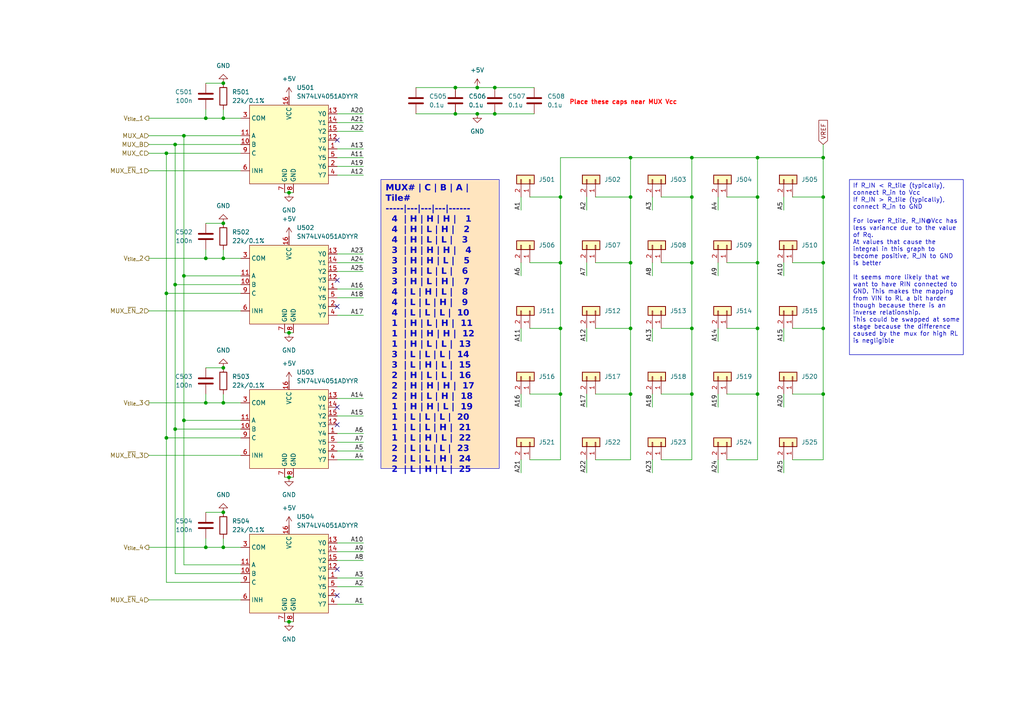
<source format=kicad_sch>
(kicad_sch (version 20230121) (generator eeschema)
  (paper "A4")
  (lib_symbols
    (symbol "Connector_Generic:Conn_01x02" (pin_names (offset 1.016) hide)
      (property "Reference" "J" (at 0 2.54 0))
      (property "Value" "Conn_01x02" (at 0 -5.08 0))
      (symbol "Conn_01x02_1_1"
        (rectangle (start -1.27 -2.413) (end 0 -2.667) (stroke (width 0.1524)))
        (rectangle (start -1.27 0.127) (end 0 -0.127) (stroke (width 0.1524)))
        (rectangle (start -1.27 1.27) (end 1.27 -3.81) (stroke (width 0.254)) (fill (type background)))
        (pin passive line (at -5.08 0 0) (length 3.81) (name "Pin_1") (number "1"))
        (pin passive line (at -5.08 -2.54 0) (length 3.81) (name "Pin_2") (number "2"))
      )
    )
    (symbol "Device:C" (pin_numbers hide) (pin_names (offset 0.254))
      (property "Reference" "C" (at 0.635 2.54 0))
      (property "Value" "C" (at 0.635 -2.54 0))
      (symbol "C_0_1"
        (polyline (pts (xy -2.032 -0.762) (xy 2.032 -0.762)) (stroke (width 0.508)))
        (polyline (pts (xy -2.032 0.762) (xy 2.032 0.762)) (stroke (width 0.508)))
      )
      (symbol "C_1_1"
        (pin passive line (at 0 3.81 270) (length 2.794) (name "~") (number "1"))
        (pin passive line (at 0 -3.81 90) (length 2.794) (name "~") (number "2"))
      )
    )
    (symbol "Device:R" (pin_numbers hide) (pin_names (offset 0))
      (property "Reference" "R" (at 2.032 0 90))
      (property "Value" "R" (at 0 0 90))
      (symbol "R_0_1"
        (rectangle (start -1.016 -2.54) (end 1.016 2.54) (stroke (width 0.254)))
      )
      (symbol "R_1_1"
        (pin passive line (at 0 3.81 270) (length 1.27) (name "~") (number "1"))
        (pin passive line (at 0 -3.81 90) (length 1.27) (name "~") (number "2"))
      )
    )
    (symbol "WordGameLib:SN74LV4051A"
      (property "Reference" "U" (at -11.43 -6.35 0))
      (property "Value" "SN74LV4051ADYYR" (at 10.16 -6.35 0))
      (symbol "SN74LV4051A_0_0"
        (pin bidirectional line (at 13.97 -20.32 180) (length 2.54) (name "Y4") (number "1"))
        (pin input line (at -13.97 -19.05 0) (length 2.54) (name "B") (number "10"))
        (pin input line (at -13.97 -16.51 0) (length 2.54) (name "A") (number "11"))
        (pin bidirectional line (at 13.97 -17.78 180) (length 2.54) (name "Y3") (number "12"))
        (pin bidirectional line (at 13.97 -10.16 180) (length 2.54) (name "Y0") (number "13"))
        (pin bidirectional line (at 13.97 -12.7 180) (length 2.54) (name "Y1") (number "14"))
        (pin bidirectional line (at 13.97 -15.24 180) (length 2.54) (name "Y2") (number "15"))
        (pin power_in line (at 0 -5.08 270) (length 2.54) (name "VCC") (number "16"))
        (pin bidirectional line (at 13.97 -25.4 180) (length 2.54) (name "Y6") (number "2"))
        (pin bidirectional line (at -13.97 -11.43 0) (length 2.54) (name "COM") (number "3"))
        (pin bidirectional line (at 13.97 -27.94 180) (length 2.54) (name "Y7") (number "4"))
        (pin bidirectional line (at 13.97 -22.86 180) (length 2.54) (name "Y5") (number "5"))
        (pin input line (at -13.97 -26.67 0) (length 2.54) (name "INH") (number "6"))
        (pin power_in line (at -1.27 -33.02 90) (length 2.54) (name "GND") (number "7"))
        (pin power_in line (at 1.27 -33.02 90) (length 2.54) (name "GND") (number "8"))
        (pin input line (at -13.97 -21.59 0) (length 2.54) (name "C") (number "9"))
      )
      (symbol "SN74LV4051A_1_1"
        (rectangle (start -11.43 -7.62) (end 11.43 -30.48) (fill (type background)))
      )
    )
    (symbol "power:+5V" (power) (pin_names (offset 0))
      (property "Value" "+5V" (at 0 3.556 0))
      (symbol "+5V_0_1"
        (polyline (pts (xy -0.762 1.27) (xy 0 2.54)))
        (polyline (pts (xy 0 0) (xy 0 2.54)))
        (polyline (pts (xy 0 2.54) (xy 0.762 1.27)))
      )
      (symbol "+5V_1_1"
        (pin power_in line (at 0 0 90) (length 0) hide (name "+5V") (number "1"))
      )
    )
    (symbol "power:GND" (power) (pin_names (offset 0))
      (property "Value" "GND" (at 0 -3.81 0))
      (symbol "GND_0_1"
        (polyline (pts (xy 0 0) (xy 0 -1.27) (xy 1.27 -1.27) (xy 0 -2.54) (xy -1.27 -1.27) (xy 0 -1.27)))
      )
      (symbol "GND_1_1"
        (pin power_in line (at 0 0 270) (length 0) hide (name "GND") (number "1"))
      )
    )
  )
  (junction (at 182.88 45.72))
  (junction (at 64.77 74.93))
  (junction (at 59.69 116.84))
  (junction (at 219.71 95.25))
  (junction (at 83.82 96.52))
  (junction (at 162.56 57.15))
  (junction (at 48.26 127))
  (junction (at 238.76 114.3))
  (junction (at 59.69 34.29))
  (junction (at 238.76 76.2))
  (junction (at 138.43 33.02))
  (junction (at 162.56 95.25))
  (junction (at 143.51 33.02))
  (junction (at 200.66 95.25))
  (junction (at 53.34 121.92))
  (junction (at 64.77 64.77))
  (junction (at 132.08 33.02))
  (junction (at 162.56 114.3))
  (junction (at 64.77 34.29))
  (junction (at 83.82 138.43))
  (junction (at 219.71 45.72))
  (junction (at 64.77 116.84))
  (junction (at 64.77 158.75))
  (junction (at 200.66 114.3))
  (junction (at 182.88 76.2))
  (junction (at 50.8 82.55))
  (junction (at 219.71 57.15))
  (junction (at 59.69 158.75))
  (junction (at 143.51 25.4))
  (junction (at 238.76 45.72))
  (junction (at 64.77 106.68))
  (junction (at 83.82 55.88))
  (junction (at 162.56 76.2))
  (junction (at 53.34 80.01))
  (junction (at 200.66 45.72))
  (junction (at 48.26 85.09))
  (junction (at 132.08 25.4))
  (junction (at 182.88 114.3))
  (junction (at 219.71 114.3))
  (junction (at 64.77 148.59))
  (junction (at 200.66 76.2))
  (junction (at 138.43 25.4))
  (junction (at 182.88 57.15))
  (junction (at 182.88 95.25))
  (junction (at 50.8 41.91))
  (junction (at 48.26 44.45))
  (junction (at 238.76 95.25))
  (junction (at 64.77 24.13))
  (junction (at 53.34 39.37))
  (junction (at 219.71 76.2))
  (junction (at 200.66 57.15))
  (junction (at 83.82 180.34))
  (junction (at 59.69 74.93))
  (junction (at 238.76 57.15))
  (junction (at 50.8 124.46))
  (no_connect (at 97.79 81.28))
  (no_connect (at 97.79 88.9))
  (no_connect (at 97.79 165.1))
  (no_connect (at 97.79 123.19))
  (no_connect (at 97.79 172.72))
  (no_connect (at 97.79 40.64))
  (no_connect (at 97.79 118.11))
  (wire (pts (xy 229.87 95.25) (xy 238.76 95.25)))
  (wire (pts (xy 97.79 91.44) (xy 105.41 91.44)))
  (wire (pts (xy 182.88 45.72) (xy 162.56 45.72)))
  (wire (pts (xy 64.77 156.21) (xy 64.77 158.75)))
  (wire (pts (xy 97.79 160.02) (xy 105.41 160.02)))
  (wire (pts (xy 172.72 133.35) (xy 182.88 133.35)))
  (wire (pts (xy 97.79 167.64) (xy 105.41 167.64)))
  (wire (pts (xy 97.79 33.02) (xy 105.41 33.02)))
  (wire (pts (xy 97.79 50.8) (xy 105.41 50.8)))
  (wire (pts (xy 182.88 76.2) (xy 182.88 57.15)))
  (wire (pts (xy 97.79 170.18) (xy 105.41 170.18)))
  (wire (pts (xy 238.76 57.15) (xy 238.76 76.2)))
  (wire (pts (xy 59.69 116.84) (xy 64.77 116.84)))
  (wire (pts (xy 48.26 127) (xy 69.85 127)))
  (wire (pts (xy 153.67 76.2) (xy 162.56 76.2)))
  (wire (pts (xy 170.18 76.2) (xy 170.18 80.01)))
  (wire (pts (xy 151.13 95.25) (xy 151.13 99.06)))
  (wire (pts (xy 43.18 34.29) (xy 59.69 34.29)))
  (wire (pts (xy 210.82 57.15) (xy 219.71 57.15)))
  (wire (pts (xy 229.87 114.3) (xy 238.76 114.3)))
  (wire (pts (xy 238.76 133.35) (xy 229.87 133.35)))
  (wire (pts (xy 191.77 133.35) (xy 200.66 133.35)))
  (wire (pts (xy 238.76 76.2) (xy 238.76 95.25)))
  (wire (pts (xy 151.13 114.3) (xy 151.13 118.11)))
  (wire (pts (xy 48.26 85.09) (xy 48.26 44.45)))
  (wire (pts (xy 43.18 44.45) (xy 48.26 44.45)))
  (wire (pts (xy 50.8 82.55) (xy 50.8 124.46)))
  (wire (pts (xy 151.13 133.35) (xy 151.13 137.16)))
  (wire (pts (xy 82.55 55.88) (xy 83.82 55.88)))
  (wire (pts (xy 53.34 121.92) (xy 53.34 163.83)))
  (wire (pts (xy 219.71 133.35) (xy 210.82 133.35)))
  (wire (pts (xy 97.79 35.56) (xy 105.41 35.56)))
  (wire (pts (xy 153.67 114.3) (xy 162.56 114.3)))
  (wire (pts (xy 238.76 41.91) (xy 238.76 45.72)))
  (wire (pts (xy 82.55 180.34) (xy 83.82 180.34)))
  (wire (pts (xy 200.66 114.3) (xy 200.66 95.25)))
  (wire (pts (xy 50.8 124.46) (xy 69.85 124.46)))
  (wire (pts (xy 97.79 157.48) (xy 105.41 157.48)))
  (wire (pts (xy 97.79 130.81) (xy 105.41 130.81)))
  (wire (pts (xy 59.69 24.13) (xy 64.77 24.13)))
  (wire (pts (xy 191.77 57.15) (xy 200.66 57.15)))
  (wire (pts (xy 138.43 25.4) (xy 143.51 25.4)))
  (wire (pts (xy 59.69 64.77) (xy 64.77 64.77)))
  (wire (pts (xy 172.72 76.2) (xy 182.88 76.2)))
  (wire (pts (xy 227.33 95.25) (xy 227.33 99.06)))
  (wire (pts (xy 189.23 95.25) (xy 189.23 99.06)))
  (wire (pts (xy 50.8 166.37) (xy 69.85 166.37)))
  (wire (pts (xy 208.28 57.15) (xy 208.28 60.96)))
  (wire (pts (xy 43.18 173.99) (xy 69.85 173.99)))
  (wire (pts (xy 48.26 127) (xy 48.26 168.91)))
  (wire (pts (xy 189.23 114.3) (xy 189.23 118.11)))
  (wire (pts (xy 43.18 74.93) (xy 59.69 74.93)))
  (wire (pts (xy 59.69 148.59) (xy 64.77 148.59)))
  (wire (pts (xy 48.26 168.91) (xy 69.85 168.91)))
  (wire (pts (xy 191.77 76.2) (xy 200.66 76.2)))
  (wire (pts (xy 162.56 45.72) (xy 162.56 57.15)))
  (wire (pts (xy 53.34 80.01) (xy 53.34 121.92)))
  (wire (pts (xy 191.77 95.25) (xy 200.66 95.25)))
  (wire (pts (xy 208.28 76.2) (xy 208.28 80.01)))
  (wire (pts (xy 43.18 41.91) (xy 50.8 41.91)))
  (wire (pts (xy 97.79 38.1) (xy 105.41 38.1)))
  (wire (pts (xy 43.18 39.37) (xy 53.34 39.37)))
  (wire (pts (xy 219.71 76.2) (xy 219.71 95.25)))
  (wire (pts (xy 182.88 133.35) (xy 182.88 114.3)))
  (wire (pts (xy 219.71 57.15) (xy 219.71 76.2)))
  (wire (pts (xy 48.26 44.45) (xy 69.85 44.45)))
  (wire (pts (xy 172.72 114.3) (xy 182.88 114.3)))
  (wire (pts (xy 227.33 133.35) (xy 227.33 137.16)))
  (wire (pts (xy 153.67 57.15) (xy 162.56 57.15)))
  (wire (pts (xy 200.66 57.15) (xy 200.66 45.72)))
  (wire (pts (xy 238.76 114.3) (xy 238.76 133.35)))
  (wire (pts (xy 50.8 124.46) (xy 50.8 166.37)))
  (wire (pts (xy 59.69 106.68) (xy 64.77 106.68)))
  (wire (pts (xy 64.77 158.75) (xy 69.85 158.75)))
  (wire (pts (xy 151.13 57.15) (xy 151.13 60.96)))
  (wire (pts (xy 97.79 45.72) (xy 105.41 45.72)))
  (wire (pts (xy 189.23 133.35) (xy 189.23 137.16)))
  (wire (pts (xy 59.69 114.3) (xy 59.69 116.84)))
  (wire (pts (xy 219.71 114.3) (xy 219.71 133.35)))
  (wire (pts (xy 64.77 116.84) (xy 69.85 116.84)))
  (wire (pts (xy 200.66 45.72) (xy 182.88 45.72)))
  (wire (pts (xy 97.79 48.26) (xy 105.41 48.26)))
  (wire (pts (xy 48.26 85.09) (xy 69.85 85.09)))
  (wire (pts (xy 97.79 78.74) (xy 105.41 78.74)))
  (wire (pts (xy 97.79 120.65) (xy 105.41 120.65)))
  (wire (pts (xy 170.18 57.15) (xy 170.18 60.96)))
  (wire (pts (xy 97.79 125.73) (xy 105.41 125.73)))
  (wire (pts (xy 189.23 76.2) (xy 189.23 80.01)))
  (wire (pts (xy 83.82 96.52) (xy 85.09 96.52)))
  (wire (pts (xy 229.87 76.2) (xy 238.76 76.2)))
  (wire (pts (xy 227.33 76.2) (xy 227.33 80.01)))
  (wire (pts (xy 43.18 49.53) (xy 69.85 49.53)))
  (wire (pts (xy 59.69 156.21) (xy 59.69 158.75)))
  (wire (pts (xy 53.34 121.92) (xy 69.85 121.92)))
  (wire (pts (xy 43.18 116.84) (xy 59.69 116.84)))
  (wire (pts (xy 83.82 138.43) (xy 85.09 138.43)))
  (wire (pts (xy 64.77 31.75) (xy 64.77 34.29)))
  (wire (pts (xy 59.69 158.75) (xy 64.77 158.75)))
  (wire (pts (xy 53.34 80.01) (xy 69.85 80.01)))
  (wire (pts (xy 132.08 33.02) (xy 138.43 33.02)))
  (wire (pts (xy 50.8 41.91) (xy 69.85 41.91)))
  (wire (pts (xy 219.71 95.25) (xy 219.71 114.3)))
  (wire (pts (xy 238.76 45.72) (xy 219.71 45.72)))
  (wire (pts (xy 53.34 39.37) (xy 69.85 39.37)))
  (wire (pts (xy 182.88 95.25) (xy 182.88 76.2)))
  (wire (pts (xy 200.66 95.25) (xy 200.66 76.2)))
  (wire (pts (xy 97.79 73.66) (xy 105.41 73.66)))
  (wire (pts (xy 200.66 45.72) (xy 219.71 45.72)))
  (wire (pts (xy 97.79 115.57) (xy 105.41 115.57)))
  (wire (pts (xy 97.79 83.82) (xy 105.41 83.82)))
  (wire (pts (xy 97.79 162.56) (xy 105.41 162.56)))
  (wire (pts (xy 200.66 133.35) (xy 200.66 114.3)))
  (wire (pts (xy 170.18 133.35) (xy 170.18 137.16)))
  (wire (pts (xy 208.28 114.3) (xy 208.28 118.11)))
  (wire (pts (xy 208.28 133.35) (xy 208.28 137.16)))
  (wire (pts (xy 120.65 33.02) (xy 132.08 33.02)))
  (wire (pts (xy 83.82 180.34) (xy 85.09 180.34)))
  (wire (pts (xy 97.79 133.35) (xy 105.41 133.35)))
  (wire (pts (xy 50.8 82.55) (xy 69.85 82.55)))
  (wire (pts (xy 82.55 138.43) (xy 83.82 138.43)))
  (wire (pts (xy 82.55 96.52) (xy 83.82 96.52)))
  (wire (pts (xy 162.56 133.35) (xy 153.67 133.35)))
  (wire (pts (xy 138.43 33.02) (xy 143.51 33.02)))
  (wire (pts (xy 53.34 163.83) (xy 69.85 163.83)))
  (wire (pts (xy 210.82 95.25) (xy 219.71 95.25)))
  (wire (pts (xy 97.79 175.26) (xy 105.41 175.26)))
  (wire (pts (xy 43.18 132.08) (xy 69.85 132.08)))
  (wire (pts (xy 172.72 95.25) (xy 182.88 95.25)))
  (wire (pts (xy 64.77 34.29) (xy 69.85 34.29)))
  (wire (pts (xy 64.77 74.93) (xy 69.85 74.93)))
  (wire (pts (xy 97.79 76.2) (xy 105.41 76.2)))
  (wire (pts (xy 191.77 114.3) (xy 200.66 114.3)))
  (wire (pts (xy 59.69 34.29) (xy 64.77 34.29)))
  (wire (pts (xy 210.82 114.3) (xy 219.71 114.3)))
  (wire (pts (xy 143.51 33.02) (xy 154.94 33.02)))
  (wire (pts (xy 170.18 95.25) (xy 170.18 99.06)))
  (wire (pts (xy 162.56 76.2) (xy 162.56 95.25)))
  (wire (pts (xy 143.51 25.4) (xy 154.94 25.4)))
  (wire (pts (xy 172.72 57.15) (xy 182.88 57.15)))
  (wire (pts (xy 53.34 80.01) (xy 53.34 39.37)))
  (wire (pts (xy 97.79 128.27) (xy 105.41 128.27)))
  (wire (pts (xy 64.77 114.3) (xy 64.77 116.84)))
  (wire (pts (xy 64.77 72.39) (xy 64.77 74.93)))
  (wire (pts (xy 48.26 85.09) (xy 48.26 127)))
  (wire (pts (xy 59.69 72.39) (xy 59.69 74.93)))
  (wire (pts (xy 238.76 45.72) (xy 238.76 57.15)))
  (wire (pts (xy 97.79 43.18) (xy 105.41 43.18)))
  (wire (pts (xy 59.69 74.93) (xy 64.77 74.93)))
  (wire (pts (xy 153.67 95.25) (xy 162.56 95.25)))
  (wire (pts (xy 210.82 76.2) (xy 219.71 76.2)))
  (wire (pts (xy 200.66 76.2) (xy 200.66 57.15)))
  (wire (pts (xy 59.69 31.75) (xy 59.69 34.29)))
  (wire (pts (xy 151.13 76.2) (xy 151.13 80.01)))
  (wire (pts (xy 227.33 57.15) (xy 227.33 60.96)))
  (wire (pts (xy 43.18 158.75) (xy 59.69 158.75)))
  (wire (pts (xy 50.8 82.55) (xy 50.8 41.91)))
  (wire (pts (xy 162.56 114.3) (xy 162.56 133.35)))
  (wire (pts (xy 208.28 95.25) (xy 208.28 99.06)))
  (wire (pts (xy 83.82 55.88) (xy 85.09 55.88)))
  (wire (pts (xy 132.08 25.4) (xy 138.43 25.4)))
  (wire (pts (xy 97.79 86.36) (xy 105.41 86.36)))
  (wire (pts (xy 189.23 57.15) (xy 189.23 60.96)))
  (wire (pts (xy 162.56 57.15) (xy 162.56 76.2)))
  (wire (pts (xy 162.56 95.25) (xy 162.56 114.3)))
  (wire (pts (xy 227.33 114.3) (xy 227.33 118.11)))
  (wire (pts (xy 43.18 90.17) (xy 69.85 90.17)))
  (wire (pts (xy 170.18 114.3) (xy 170.18 118.11)))
  (wire (pts (xy 238.76 57.15) (xy 229.87 57.15)))
  (wire (pts (xy 182.88 114.3) (xy 182.88 95.25)))
  (wire (pts (xy 238.76 95.25) (xy 238.76 114.3)))
  (wire (pts (xy 219.71 45.72) (xy 219.71 57.15)))
  (wire (pts (xy 182.88 57.15) (xy 182.88 45.72)))
  (wire (pts (xy 120.65 25.4) (xy 132.08 25.4)))
  (text_box "If R_IN < R_tile (typically), connect R_in to Vcc\nIf R_IN > R_tile (typically), connect R_in to GND\n\nFor lower R_tile, R_IN@Vcc has less variance due to the value of Rq.\nAt values that cause the integral in this graph to become positive, R_IN to GND is better\n\nIt seems more likely that we want to have RIN connected to GND. This makes the mapping from VIN to RL a bit harder though because there is an inverse relationship.\nThis could be swapped at some stage because the difference caused by the mux for high RL is negligible" (at 246.38 52.07 0) (size 33.02 50.8) (effects (font (size 1.27 1.27)) (justify left top)))
  (text_box "MUX# | C | B | A | Tile#\n-----|---|---|---|------\n  4  | H | H | H |   1\n  4  | H | L | H |   2\n  4  | H | L | L |   3\n  3  | H | H | H |   4\n  3  | H | H | L |   5\n  3  | H | L | L |   6\n  3  | H | L | H |   7\n  4  | L | H | L |   8\n  4  | L | L | H |   9\n  4  | L | L | L |  10\n  1  | H | L | H |  11\n  1  | H | H | H |  12\n  1  | H | L | L |  13\n  3  | L | L | L |  14\n  3  | L | H | L |  15\n  2  | H | L | L |  16\n  2  | H | H | H |  17\n  2  | H | L | H |  18\n  1  | H | H | L |  19\n  1  | L | L | L |  20\n  1  | L | L | H |  21\n  1  | L | H | L |  22\n  2  | L | L | L |  23\n  2  | L | L | H |  24\n  2  | L | H | L |  25" (at 110.49 52.07 0) (size 34.29 83.82) (fill (type color) (color 255 229 191 1)) (effects (font (size 1.8 1.8) (thickness 0.254) bold) (justify left top)))
  (text "Place these caps near MUX Vcc" (at 165.1 30.48 0) (effects (font (size 1.27 1.27) (thickness 0.254) bold) (justify left bottom)))
  (label "A18" (at 189.23 118.11 90))
  (label "A16" (at 105.41 83.82 180))
  (label "A9" (at 208.28 80.01 90))
  (label "A20" (at 105.41 33.02 180))
  (label "A1" (at 105.41 175.26 180))
  (label "A24" (at 208.28 137.16 90))
  (label "A13" (at 105.41 43.18 180))
  (label "A4" (at 208.28 60.96 90))
  (label "A8" (at 105.41 162.56 180))
  (label "A23" (at 189.23 137.16 90))
  (label "A19" (at 208.28 118.11 90))
  (label "A14" (at 105.41 115.57 180))
  (label "A11" (at 151.13 99.06 90))
  (label "A19" (at 105.41 48.26 180))
  (label "A3" (at 105.41 167.64 180))
  (label "A25" (at 227.33 137.16 90))
  (label "A8" (at 189.23 80.01 90))
  (label "A5" (at 105.41 130.81 180))
  (label "A22" (at 105.41 38.1 180))
  (label "A9" (at 105.41 160.02 180))
  (label "A1" (at 151.13 60.96 90))
  (label "A5" (at 227.33 60.96 90))
  (label "A12" (at 170.18 99.06 90))
  (label "A17" (at 105.41 91.44 180))
  (label "A17" (at 170.18 118.11 90))
  (label "A2" (at 170.18 60.96 90))
  (label "A4" (at 105.41 133.35 180))
  (label "A3" (at 189.23 60.96 90))
  (label "A22" (at 170.18 137.16 90))
  (label "A14" (at 208.28 99.06 90))
  (label "A25" (at 105.41 78.74 180))
  (label "A10" (at 105.41 157.48 180))
  (label "A18" (at 105.41 86.36 180))
  (label "A6" (at 105.41 125.73 180))
  (label "A10" (at 227.33 80.01 90))
  (label "A7" (at 105.41 128.27 180))
  (label "A20" (at 227.33 118.11 90))
  (label "A2" (at 105.41 170.18 180))
  (label "A12" (at 105.41 50.8 180))
  (label "A11" (at 105.41 45.72 180))
  (label "A21" (at 151.13 137.16 90))
  (label "A15" (at 105.41 120.65 180))
  (label "A7" (at 170.18 80.01 90))
  (label "A15" (at 227.33 99.06 90))
  (label "A13" (at 189.23 99.06 90))
  (label "A23" (at 105.41 73.66 180))
  (label "A24" (at 105.41 76.2 180))
  (label "A6" (at 151.13 80.01 90))
  (label "A16" (at 151.13 118.11 90))
  (label "A21" (at 105.41 35.56 180))
  (global_label "VREF" (shape input) (at 238.76 41.91 90) (property "Intersheetrefs" "${INTERSHEET_REFS}" (effects hide)))
  (hierarchical_label "MUX_~{EN}_2" (shape input) (at 43.18 90.17 180))
  (hierarchical_label "MUX_A" (shape input) (at 43.18 39.37 180))
  (hierarchical_label "MUX_C" (shape input) (at 43.18 44.45 180))
  (hierarchical_label "V_{tile}_3" (shape output) (at 43.18 116.84 180))
  (hierarchical_label "V_{tile}_2" (shape output) (at 43.18 74.93 180))
  (hierarchical_label "MUX_~{EN}_3" (shape input) (at 43.18 132.08 180))
  (hierarchical_label "MUX_B" (shape input) (at 43.18 41.91 180))
  (hierarchical_label "V_{tile}_1" (shape output) (at 43.18 34.29 180))
  (hierarchical_label "MUX_~{EN}_1" (shape input) (at 43.18 49.53 180))
  (hierarchical_label "V_{tile}_4" (shape output) (at 43.18 158.75 180))
  (hierarchical_label "MUX_~{EN}_4" (shape input) (at 43.18 173.99 180))
  (symbol (lib_id "Connector_Generic:Conn_01x02") (at 153.67 71.12 270) (mirror x) (unit 1)
    (property "Reference" "J506" (at 156.21 71.12 90) (effects (justify left)))
    (property "Value" "Conn_01x02" (effects hide))
    (property "Footprint" "Connector_PinHeader_1.00mm:PinHeader_2x01_P1.00mm_Vertical" (effects hide))
  )
  (symbol (lib_id "power:GND") (at 64.77 106.68 180) (unit 1)
    (property "Reference" "#PWR0509" (effects hide))
    (property "Value" "GND" (at 64.77 101.6 0))
  )
  (symbol (lib_id "Connector_Generic:Conn_01x02") (at 229.87 128.27 270) (mirror x) (unit 1)
    (property "Reference" "J525" (at 232.41 128.27 90) (effects (justify left)))
    (property "Value" "Conn_01x02" (effects hide))
    (property "Footprint" "Connector_PinHeader_1.00mm:PinHeader_2x01_P1.00mm_Vertical" (effects hide))
  )
  (symbol (lib_id "Device:C") (at 59.69 152.4 0) (mirror x) (unit 1)
    (property "Reference" "C504" (at 55.88 151.13 0) (effects (justify right)))
    (property "Value" "100n" (at 55.88 153.67 0) (effects (justify right)))
    (property "Footprint" "Capacitor_SMD:C_0402_1005Metric_Pad0.74x0.62mm_HandSolder" (effects hide))
    (property "Description" "CAP CER 100nF 10V 0402" (effects hide))
  )
  (symbol (lib_id "power:+5V") (at 83.82 27.94 0) (unit 1)
    (property "Reference" "#PWR0503" (effects hide))
    (property "Value" "+5V" (at 83.82 22.86 0))
  )
  (symbol (lib_id "Connector_Generic:Conn_01x02") (at 210.82 71.12 270) (mirror x) (unit 1)
    (property "Reference" "J509" (at 213.36 71.12 90) (effects (justify left)))
    (property "Value" "Conn_01x02" (effects hide))
    (property "Footprint" "Connector_PinHeader_1.00mm:PinHeader_2x01_P1.00mm_Vertical" (effects hide))
  )
  (symbol (lib_id "Device:C") (at 143.51 29.21 0) (unit 1)
    (property "Reference" "C507" (at 147.32 27.94 0) (effects (justify left)))
    (property "Value" "0.1u" (at 147.32 30.48 0) (effects (justify left)))
    (property "Footprint" "Capacitor_SMD:C_0402_1005Metric_Pad0.74x0.62mm_HandSolder" (effects hide))
    (property "Description" "CAP CER 0.1u 10V 0402" (effects hide))
  )
  (symbol (lib_id "Connector_Generic:Conn_01x02") (at 210.82 128.27 270) (mirror x) (unit 1)
    (property "Reference" "J524" (at 213.36 128.27 90) (effects (justify left)))
    (property "Value" "Conn_01x02" (effects hide))
    (property "Footprint" "Connector_PinHeader_1.00mm:PinHeader_2x01_P1.00mm_Vertical" (effects hide))
  )
  (symbol (lib_id "Connector_Generic:Conn_01x02") (at 191.77 71.12 270) (mirror x) (unit 1)
    (property "Reference" "J508" (at 194.31 71.12 90) (effects (justify left)))
    (property "Value" "Conn_01x02" (effects hide))
    (property "Footprint" "Connector_PinHeader_1.00mm:PinHeader_2x01_P1.00mm_Vertical" (effects hide))
  )
  (symbol (lib_id "power:GND") (at 83.82 180.34 0) (unit 1)
    (property "Reference" "#PWR0514" (effects hide))
    (property "Value" "GND" (at 83.82 185.42 0))
  )
  (symbol (lib_id "power:GND") (at 83.82 55.88 0) (unit 1)
    (property "Reference" "#PWR0505" (effects hide))
    (property "Value" "GND" (at 83.82 60.96 0))
  )
  (symbol (lib_id "Device:C") (at 59.69 27.94 0) (mirror x) (unit 1)
    (property "Reference" "C501" (at 55.88 26.67 0) (effects (justify right)))
    (property "Value" "100n" (at 55.88 29.21 0) (effects (justify right)))
    (property "Footprint" "Capacitor_SMD:C_0402_1005Metric_Pad0.74x0.62mm_HandSolder" (effects hide))
    (property "Description" "CAP CER 100nF 10V 0402" (effects hide))
  )
  (symbol (lib_id "power:GND") (at 64.77 148.59 180) (unit 1)
    (property "Reference" "#PWR0512" (effects hide))
    (property "Value" "GND" (at 64.77 143.51 0))
  )
  (symbol (lib_id "power:GND") (at 64.77 24.13 180) (unit 1)
    (property "Reference" "#PWR0501" (effects hide))
    (property "Value" "GND" (at 64.77 19.05 0))
  )
  (symbol (lib_id "power:+5V") (at 83.82 152.4 0) (unit 1)
    (property "Reference" "#PWR0513" (effects hide))
    (property "Value" "+5V" (at 83.82 147.32 0))
  )
  (symbol (lib_id "Connector_Generic:Conn_01x02") (at 172.72 52.07 270) (mirror x) (unit 1)
    (property "Reference" "J502" (at 175.26 52.07 90) (effects (justify left)))
    (property "Value" "Conn_01x02" (effects hide))
    (property "Footprint" "Connector_PinHeader_1.00mm:PinHeader_2x01_P1.00mm_Vertical" (effects hide))
  )
  (symbol (lib_id "Device:C") (at 120.65 29.21 0) (unit 1)
    (property "Reference" "C505" (at 124.46 27.94 0) (effects (justify left)))
    (property "Value" "0.1u" (at 124.46 30.48 0) (effects (justify left)))
    (property "Footprint" "Capacitor_SMD:C_0402_1005Metric_Pad0.74x0.62mm_HandSolder" (effects hide))
    (property "Description" "CAP CER 0.1u 10V 0402" (effects hide))
  )
  (symbol (lib_id "Connector_Generic:Conn_01x02") (at 210.82 52.07 270) (mirror x) (unit 1)
    (property "Reference" "J504" (at 213.36 52.07 90) (effects (justify left)))
    (property "Value" "Conn_01x02" (effects hide))
    (property "Footprint" "Connector_PinHeader_1.00mm:PinHeader_2x01_P1.00mm_Vertical" (effects hide))
  )
  (symbol (lib_id "Device:C") (at 154.94 29.21 0) (unit 1)
    (property "Reference" "C508" (at 158.75 27.94 0) (effects (justify left)))
    (property "Value" "0.1u" (at 158.75 30.48 0) (effects (justify left)))
    (property "Footprint" "Capacitor_SMD:C_0402_1005Metric_Pad0.74x0.62mm_HandSolder" (effects hide))
    (property "Description" "CAP CER 0.1u 10V 0402" (effects hide))
  )
  (symbol (lib_id "Connector_Generic:Conn_01x02") (at 229.87 52.07 270) (mirror x) (unit 1)
    (property "Reference" "J505" (at 232.41 52.07 90) (effects (justify left)))
    (property "Value" "Conn_01x02" (effects hide))
    (property "Footprint" "Connector_PinHeader_1.00mm:PinHeader_2x01_P1.00mm_Vertical" (effects hide))
  )
  (symbol (lib_id "power:GND") (at 64.77 64.77 180) (unit 1)
    (property "Reference" "#PWR0506" (effects hide))
    (property "Value" "GND" (at 64.77 59.69 0))
  )
  (symbol (lib_id "Device:C") (at 132.08 29.21 0) (unit 1)
    (property "Reference" "C506" (at 135.89 27.94 0) (effects (justify left)))
    (property "Value" "0.1u" (at 135.89 30.48 0) (effects (justify left)))
    (property "Footprint" "Capacitor_SMD:C_0402_1005Metric_Pad0.74x0.62mm_HandSolder" (effects hide))
    (property "Description" "CAP CER 0.1u 10V 0402" (effects hide))
  )
  (symbol (lib_id "Device:R") (at 64.77 110.49 0) (unit 1)
    (property "Reference" "R503" (at 67.31 109.22 0) (effects (justify left)))
    (property "Value" "22k/0.1%" (at 67.31 111.76 0) (effects (justify left)))
    (property "Footprint" "Resistor_SMD:R_0402_1005Metric_Pad0.72x0.64mm_HandSolder" (effects hide))
    (property "Description" "RES 22k 1/16W 0.1% 0402" (effects hide))
  )
  (symbol (lib_id "WordGameLib:SN74LV4051A") (at 83.82 105.41 0) (unit 1)
    (property "Reference" "U503" (at 86.0141 107.95 0) (effects (justify left)))
    (property "Value" "SN74LV4051ADYYR" (at 86.0141 110.49 0) (effects (justify left)))
    (property "Footprint" "WordGameLib:SOT-23-THIN-16" (effects hide))
    (property "Datasheet" "https://www.ti.com/lit/ds/symlink/sn74lv4051a.pdf?ts=1731603413531" (effects hide))
    (property "Manufacturer" "Texas Instruments" (effects hide))
    (property "Part Number" "SN74LV4051ADYYR" (effects hide))
  )
  (symbol (lib_id "power:GND") (at 83.82 96.52 0) (unit 1)
    (property "Reference" "#PWR0508" (effects hide))
    (property "Value" "GND" (at 83.82 101.6 0))
  )
  (symbol (lib_id "Connector_Generic:Conn_01x02") (at 229.87 90.17 270) (mirror x) (unit 1)
    (property "Reference" "J515" (at 232.41 90.17 90) (effects (justify left)))
    (property "Value" "Conn_01x02" (effects hide))
    (property "Footprint" "Connector_PinHeader_1.00mm:PinHeader_2x01_P1.00mm_Vertical" (effects hide))
  )
  (symbol (lib_id "power:+5V") (at 83.82 110.49 0) (unit 1)
    (property "Reference" "#PWR0510" (effects hide))
    (property "Value" "+5V" (at 83.82 105.41 0))
  )
  (symbol (lib_id "Connector_Generic:Conn_01x02") (at 153.67 52.07 270) (mirror x) (unit 1)
    (property "Reference" "J501" (at 156.21 52.07 90) (effects (justify left)))
    (property "Value" "Conn_01x02" (effects hide))
    (property "Footprint" "Connector_PinHeader_1.00mm:PinHeader_2x01_P1.00mm_Vertical" (effects hide))
  )
  (symbol (lib_id "Connector_Generic:Conn_01x02") (at 229.87 71.12 270) (mirror x) (unit 1)
    (property "Reference" "J510" (at 232.41 71.12 90) (effects (justify left)))
    (property "Value" "Conn_01x02" (effects hide))
    (property "Footprint" "Connector_PinHeader_1.00mm:PinHeader_2x01_P1.00mm_Vertical" (effects hide))
  )
  (symbol (lib_id "power:+5V") (at 83.82 68.58 0) (unit 1)
    (property "Reference" "#PWR0507" (effects hide))
    (property "Value" "+5V" (at 83.82 63.5 0))
  )
  (symbol (lib_id "Connector_Generic:Conn_01x02") (at 191.77 109.22 270) (mirror x) (unit 1)
    (property "Reference" "J518" (at 194.31 109.22 90) (effects (justify left)))
    (property "Value" "Conn_01x02" (effects hide))
    (property "Footprint" "Connector_PinHeader_1.00mm:PinHeader_2x01_P1.00mm_Vertical" (effects hide))
  )
  (symbol (lib_id "Connector_Generic:Conn_01x02") (at 172.72 128.27 270) (mirror x) (unit 1)
    (property "Reference" "J522" (at 175.26 128.27 90) (effects (justify left)))
    (property "Value" "Conn_01x02" (effects hide))
    (property "Footprint" "Connector_PinHeader_1.00mm:PinHeader_2x01_P1.00mm_Vertical" (effects hide))
  )
  (symbol (lib_id "Device:R") (at 64.77 152.4 0) (unit 1)
    (property "Reference" "R504" (at 67.31 151.13 0) (effects (justify left)))
    (property "Value" "22k/0.1%" (at 67.31 153.67 0) (effects (justify left)))
    (property "Footprint" "Resistor_SMD:R_0402_1005Metric_Pad0.72x0.64mm_HandSolder" (effects hide))
    (property "Description" "RES 22k 1/16W 0.1% 0402" (effects hide))
  )
  (symbol (lib_id "Connector_Generic:Conn_01x02") (at 172.72 109.22 270) (mirror x) (unit 1)
    (property "Reference" "J517" (at 175.26 109.22 90) (effects (justify left)))
    (property "Value" "Conn_01x02" (effects hide))
    (property "Footprint" "Connector_PinHeader_1.00mm:PinHeader_2x01_P1.00mm_Vertical" (effects hide))
  )
  (symbol (lib_id "power:GND") (at 83.82 138.43 0) (unit 1)
    (property "Reference" "#PWR0511" (effects hide))
    (property "Value" "GND" (at 83.82 143.51 0))
  )
  (symbol (lib_id "Device:C") (at 59.69 110.49 0) (mirror x) (unit 1)
    (property "Reference" "C503" (at 55.88 109.22 0) (effects (justify right)))
    (property "Value" "100n" (at 55.88 111.76 0) (effects (justify right)))
    (property "Footprint" "Capacitor_SMD:C_0402_1005Metric_Pad0.74x0.62mm_HandSolder" (effects hide))
    (property "Description" "CAP CER 100nF 10V 0402" (effects hide))
  )
  (symbol (lib_id "Device:R") (at 64.77 27.94 0) (unit 1)
    (property "Reference" "R501" (at 67.31 26.67 0) (effects (justify left)))
    (property "Value" "22k/0.1%" (at 67.31 29.21 0) (effects (justify left)))
    (property "Footprint" "Resistor_SMD:R_0402_1005Metric_Pad0.72x0.64mm_HandSolder" (effects hide))
    (property "Description" "RES 22k 1/16W 0.1% 0402" (effects hide))
  )
  (symbol (lib_id "WordGameLib:SN74LV4051A") (at 83.82 147.32 0) (unit 1)
    (property "Reference" "U504" (at 86.0141 149.86 0) (effects (justify left)))
    (property "Value" "SN74LV4051ADYYR" (at 86.0141 152.4 0) (effects (justify left)))
    (property "Footprint" "WordGameLib:SOT-23-THIN-16" (effects hide))
    (property "Datasheet" "https://www.ti.com/lit/ds/symlink/sn74lv4051a.pdf?ts=1731603413531" (effects hide))
    (property "Manufacturer" "Texas Instruments" (effects hide))
    (property "Part Number" "SN74LV4051ADYYR" (effects hide))
  )
  (symbol (lib_id "Connector_Generic:Conn_01x02") (at 153.67 109.22 270) (mirror x) (unit 1)
    (property "Reference" "J516" (at 156.21 109.22 90) (effects (justify left)))
    (property "Value" "Conn_01x02" (effects hide))
    (property "Footprint" "Connector_PinHeader_1.00mm:PinHeader_2x01_P1.00mm_Vertical" (effects hide))
  )
  (symbol (lib_id "Connector_Generic:Conn_01x02") (at 153.67 90.17 270) (mirror x) (unit 1)
    (property "Reference" "J511" (at 156.21 90.17 90) (effects (justify left)))
    (property "Value" "Conn_01x02" (effects hide))
    (property "Footprint" "Connector_PinHeader_1.00mm:PinHeader_2x01_P1.00mm_Vertical" (effects hide))
  )
  (symbol (lib_id "Connector_Generic:Conn_01x02") (at 191.77 90.17 270) (mirror x) (unit 1)
    (property "Reference" "J513" (at 194.31 90.17 90) (effects (justify left)))
    (property "Value" "Conn_01x02" (effects hide))
    (property "Footprint" "Connector_PinHeader_1.00mm:PinHeader_2x01_P1.00mm_Vertical" (effects hide))
  )
  (symbol (lib_id "power:GND") (at 138.43 33.02 0) (unit 1)
    (property "Reference" "#PWR0504" (effects hide))
    (property "Value" "GND" (at 138.43 38.1 0))
  )
  (symbol (lib_id "Device:C") (at 59.69 68.58 0) (mirror x) (unit 1)
    (property "Reference" "C502" (at 55.88 67.31 0) (effects (justify right)))
    (property "Value" "100n" (at 55.88 69.85 0) (effects (justify right)))
    (property "Footprint" "Capacitor_SMD:C_0402_1005Metric_Pad0.74x0.62mm_HandSolder" (effects hide))
    (property "Description" "CAP CER 100nF 10V 0402" (effects hide))
  )
  (symbol (lib_id "WordGameLib:SN74LV4051A") (at 83.82 63.5 0) (unit 1)
    (property "Reference" "U502" (at 86.0141 66.04 0) (effects (justify left)))
    (property "Value" "SN74LV4051ADYYR" (at 86.0141 68.58 0) (effects (justify left)))
    (property "Footprint" "WordGameLib:SOT-23-THIN-16" (effects hide))
    (property "Datasheet" "https://www.ti.com/lit/ds/symlink/sn74lv4051a.pdf?ts=1731603413531" (effects hide))
    (property "Manufacturer" "Texas Instruments" (effects hide))
    (property "Part Number" "SN74LV4051ADYYR" (effects hide))
  )
  (symbol (lib_id "Device:R") (at 64.77 68.58 0) (unit 1)
    (property "Reference" "R502" (at 67.31 67.31 0) (effects (justify left)))
    (property "Value" "22k/0.1%" (at 67.31 69.85 0) (effects (justify left)))
    (property "Footprint" "Resistor_SMD:R_0402_1005Metric_Pad0.72x0.64mm_HandSolder" (effects hide))
    (property "Description" "RES 22k 1/16W 0.1% 0402" (effects hide))
  )
  (symbol (lib_id "Connector_Generic:Conn_01x02") (at 172.72 71.12 270) (mirror x) (unit 1)
    (property "Reference" "J507" (at 175.26 71.12 90) (effects (justify left)))
    (property "Value" "Conn_01x02" (effects hide))
    (property "Footprint" "Connector_PinHeader_1.00mm:PinHeader_2x01_P1.00mm_Vertical" (effects hide))
  )
  (symbol (lib_id "Connector_Generic:Conn_01x02") (at 210.82 109.22 270) (mirror x) (unit 1)
    (property "Reference" "J519" (at 213.36 109.22 90) (effects (justify left)))
    (property "Value" "Conn_01x02" (effects hide))
    (property "Footprint" "Connector_PinHeader_1.00mm:PinHeader_2x01_P1.00mm_Vertical" (effects hide))
  )
  (symbol (lib_id "Connector_Generic:Conn_01x02") (at 191.77 52.07 270) (mirror x) (unit 1)
    (property "Reference" "J503" (at 194.31 52.07 90) (effects (justify left)))
    (property "Value" "Conn_01x02" (effects hide))
    (property "Footprint" "Connector_PinHeader_1.00mm:PinHeader_2x01_P1.00mm_Vertical" (effects hide))
  )
  (symbol (lib_id "WordGameLib:SN74LV4051A") (at 83.82 22.86 0) (unit 1)
    (property "Reference" "U501" (at 86.0141 25.4 0) (effects (justify left)))
    (property "Value" "SN74LV4051ADYYR" (at 86.0141 27.94 0) (effects (justify left)))
    (property "Footprint" "WordGameLib:SOT-23-THIN-16" (effects hide))
    (property "Datasheet" "https://www.ti.com/lit/ds/symlink/sn74lv4051a.pdf?ts=1731603413531" (effects hide))
    (property "Manufacturer" "Texas Instruments" (effects hide))
    (property "Part Number" "SN74LV4051ADYYR" (effects hide))
  )
  (symbol (lib_id "Connector_Generic:Conn_01x02") (at 210.82 90.17 270) (mirror x) (unit 1)
    (property "Reference" "J514" (at 213.36 90.17 90) (effects (justify left)))
    (property "Value" "Conn_01x02" (effects hide))
    (property "Footprint" "Connector_PinHeader_1.00mm:PinHeader_2x01_P1.00mm_Vertical" (effects hide))
  )
  (symbol (lib_id "Connector_Generic:Conn_01x02") (at 229.87 109.22 270) (mirror x) (unit 1)
    (property "Reference" "J520" (at 232.41 109.22 90) (effects (justify left)))
    (property "Value" "Conn_01x02" (effects hide))
    (property "Footprint" "Connector_PinHeader_1.00mm:PinHeader_2x01_P1.00mm_Vertical" (effects hide))
  )
  (symbol (lib_id "Connector_Generic:Conn_01x02") (at 153.67 128.27 270) (mirror x) (unit 1)
    (property "Reference" "J521" (at 156.21 128.27 90) (effects (justify left)))
    (property "Value" "Conn_01x02" (effects hide))
    (property "Footprint" "Connector_PinHeader_1.00mm:PinHeader_2x01_P1.00mm_Vertical" (effects hide))
  )
  (symbol (lib_id "power:+5V") (at 138.43 25.4 0) (unit 1)
    (property "Reference" "#PWR0502" (effects hide))
    (property "Value" "+5V" (at 138.43 20.32 0))
  )
  (symbol (lib_id "Connector_Generic:Conn_01x02") (at 172.72 90.17 270) (mirror x) (unit 1)
    (property "Reference" "J512" (at 175.26 90.17 90) (effects (justify left)))
    (property "Value" "Conn_01x02" (effects hide))
    (property "Footprint" "Connector_PinHeader_1.00mm:PinHeader_2x01_P1.00mm_Vertical" (effects hide))
  )
  (symbol (lib_id "Connector_Generic:Conn_01x02") (at 191.77 128.27 270) (mirror x) (unit 1)
    (property "Reference" "J523" (at 194.31 128.27 90) (effects (justify left)))
    (property "Value" "Conn_01x02" (effects hide))
    (property "Footprint" "Connector_PinHeader_1.00mm:PinHeader_2x01_P1.00mm_Vertical" (effects hide))
  )
)
</source>
